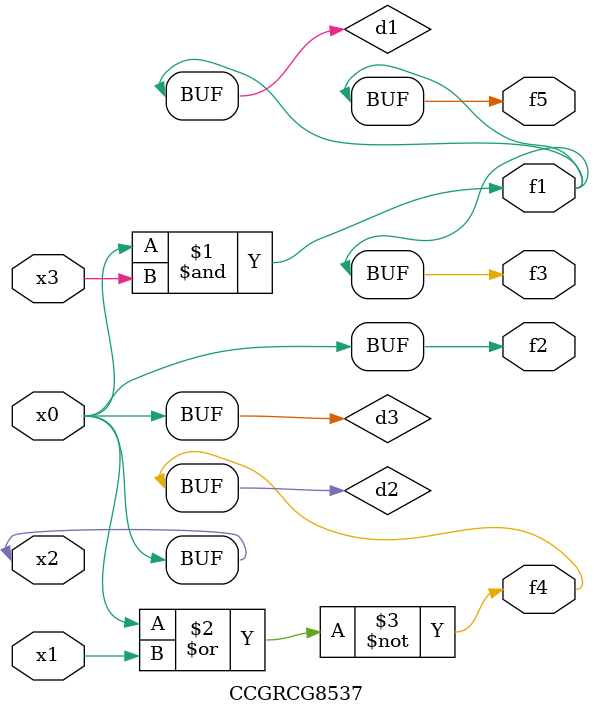
<source format=v>
module CCGRCG8537(
	input x0, x1, x2, x3,
	output f1, f2, f3, f4, f5
);

	wire d1, d2, d3;

	and (d1, x2, x3);
	nor (d2, x0, x1);
	buf (d3, x0, x2);
	assign f1 = d1;
	assign f2 = d3;
	assign f3 = d1;
	assign f4 = d2;
	assign f5 = d1;
endmodule

</source>
